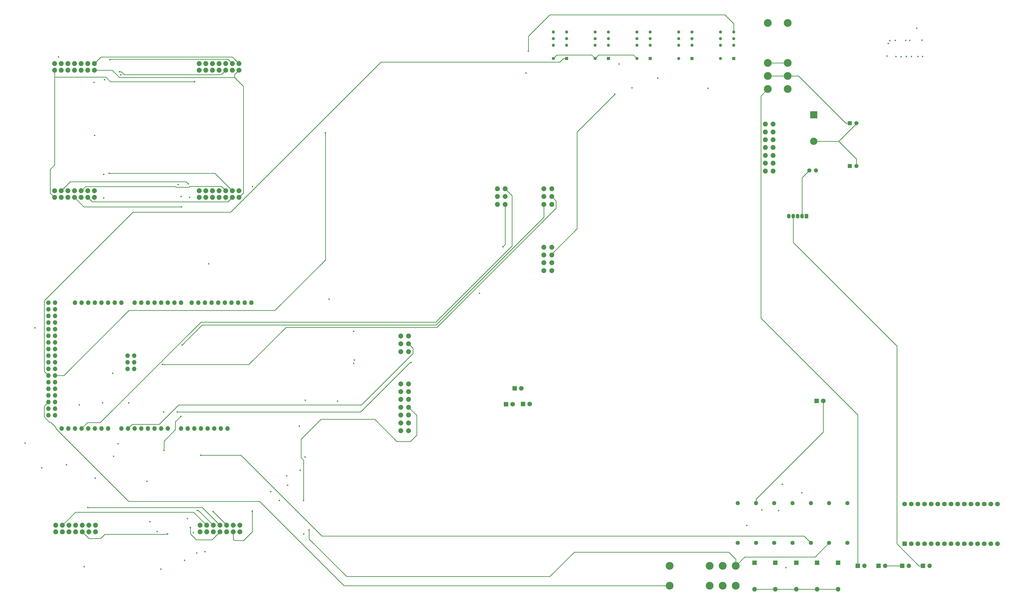
<source format=gbr>
G04 #@! TF.FileFunction,Copper,L3,Inr,Signal*
%FSLAX46Y46*%
G04 Gerber Fmt 4.6, Leading zero omitted, Abs format (unit mm)*
G04 Created by KiCad (PCBNEW 4.0.6) date 03/06/20 14:39:01*
%MOMM*%
%LPD*%
G01*
G04 APERTURE LIST*
%ADD10C,0.100000*%
%ADD11C,1.879600*%
%ADD12R,1.600000X1.600000*%
%ADD13C,1.600000*%
%ADD14R,1.800000X1.800000*%
%ADD15C,1.800000*%
%ADD16O,1.800000X1.800000*%
%ADD17R,2.800000X2.800000*%
%ADD18O,2.800000X2.800000*%
%ADD19R,1.200000X1.200000*%
%ADD20C,1.200000*%
%ADD21R,1.700000X1.700000*%
%ADD22O,1.700000X1.700000*%
%ADD23C,3.000000*%
%ADD24R,1.350000X1.800000*%
%ADD25O,1.350000X1.800000*%
%ADD26O,1.600000X1.600000*%
%ADD27O,1.727200X1.727200*%
%ADD28C,0.600000*%
%ADD29C,0.250000*%
G04 APERTURE END LIST*
D10*
D11*
X133400000Y-102400000D03*
X133400000Y-104940000D03*
X135940000Y-102400000D03*
X135940000Y-104940000D03*
X138480000Y-102400000D03*
X138480000Y-104940000D03*
X141020000Y-102400000D03*
X141020000Y-104940000D03*
X143560000Y-102400000D03*
X143560000Y-104940000D03*
X146100000Y-102400000D03*
X146100000Y-104940000D03*
X148640000Y-102400000D03*
X148640000Y-104940000D03*
X188800000Y-102400000D03*
X188800000Y-104940000D03*
X191340000Y-102400000D03*
X191340000Y-104940000D03*
X193880000Y-102400000D03*
X193880000Y-104940000D03*
X196420000Y-102400000D03*
X196420000Y-104940000D03*
X198960000Y-102400000D03*
X198960000Y-104940000D03*
X201500000Y-102400000D03*
X201500000Y-104940000D03*
X204040000Y-102400000D03*
X204040000Y-104940000D03*
X188800000Y-151200000D03*
X188800000Y-153740000D03*
X191340000Y-151200000D03*
X191340000Y-153740000D03*
X193880000Y-151200000D03*
X193880000Y-153740000D03*
X196420000Y-151200000D03*
X196420000Y-153740000D03*
X198960000Y-151200000D03*
X198960000Y-153740000D03*
X201500000Y-151200000D03*
X201500000Y-153740000D03*
X204040000Y-151200000D03*
X204040000Y-153740000D03*
X133400000Y-151200000D03*
X133400000Y-153740000D03*
X135940000Y-151200000D03*
X135940000Y-153740000D03*
X138480000Y-151200000D03*
X138480000Y-153740000D03*
X141020000Y-151200000D03*
X141020000Y-153740000D03*
X143560000Y-151200000D03*
X143560000Y-153740000D03*
X146100000Y-151200000D03*
X146100000Y-153740000D03*
X148640000Y-151200000D03*
X148640000Y-153740000D03*
X149100000Y-282000000D03*
X149100000Y-279460000D03*
X146560000Y-282000000D03*
X146560000Y-279460000D03*
X144020000Y-282000000D03*
X144020000Y-279460000D03*
X141480000Y-282000000D03*
X141480000Y-279460000D03*
X138940000Y-282000000D03*
X138940000Y-279460000D03*
X136400000Y-282000000D03*
X136400000Y-279460000D03*
X133860000Y-282000000D03*
X133860000Y-279460000D03*
X204343000Y-282000000D03*
X204343000Y-279460000D03*
X201803000Y-282000000D03*
X201803000Y-279460000D03*
X199263000Y-282000000D03*
X199263000Y-279460000D03*
X196723000Y-282000000D03*
X196723000Y-279460000D03*
X194183000Y-282000000D03*
X194183000Y-279460000D03*
X191643000Y-282000000D03*
X191643000Y-279460000D03*
X189103000Y-282000000D03*
X189103000Y-279460000D03*
D12*
X438000000Y-141707000D03*
D13*
X440500000Y-141707000D03*
D12*
X438000000Y-125273000D03*
D13*
X440500000Y-125273000D03*
D14*
X312852000Y-232995000D03*
D15*
X315392000Y-232995000D03*
D14*
X401444000Y-293832000D03*
D16*
X401444000Y-303992000D03*
D14*
X409444000Y-293832000D03*
D16*
X409444000Y-303992000D03*
D14*
X417444000Y-293832000D03*
D16*
X417444000Y-303992000D03*
D14*
X425444000Y-293832000D03*
D16*
X425444000Y-303992000D03*
D14*
X425298000Y-231800000D03*
D15*
X427838000Y-231800000D03*
D17*
X424155000Y-122072000D03*
D18*
X424155000Y-132232000D03*
D14*
X433444000Y-293832000D03*
D16*
X433444000Y-303992000D03*
D14*
X309601000Y-226924000D03*
D15*
X312141000Y-226924000D03*
D14*
X306350000Y-233071000D03*
D15*
X308890000Y-233071000D03*
D19*
X393540000Y-100450000D03*
D20*
X388460000Y-100450000D03*
X393540000Y-95370000D03*
X388460000Y-90290000D03*
X393540000Y-92830000D03*
X393540000Y-90290000D03*
X388460000Y-95370000D03*
X388460000Y-92830000D03*
D19*
X361540000Y-100450000D03*
D20*
X356460000Y-100450000D03*
X361540000Y-95370000D03*
X356460000Y-90290000D03*
X361540000Y-92830000D03*
X361540000Y-90290000D03*
X356460000Y-95370000D03*
X356460000Y-92830000D03*
D19*
X345540000Y-100450000D03*
D20*
X340460000Y-100450000D03*
X345540000Y-95370000D03*
X340460000Y-90290000D03*
X345540000Y-92830000D03*
X345540000Y-90290000D03*
X340460000Y-95370000D03*
X340460000Y-92830000D03*
D19*
X329540000Y-100450000D03*
D20*
X324460000Y-100450000D03*
X329540000Y-95370000D03*
X324460000Y-90290000D03*
X329540000Y-92830000D03*
X329540000Y-90290000D03*
X324460000Y-95370000D03*
X324460000Y-92830000D03*
D19*
X377540000Y-100450000D03*
D20*
X372460000Y-100450000D03*
X377540000Y-95370000D03*
X372460000Y-90290000D03*
X377540000Y-92830000D03*
X377540000Y-90290000D03*
X372460000Y-95370000D03*
X372460000Y-92830000D03*
D21*
X466000000Y-295000000D03*
D22*
X468540000Y-295000000D03*
D14*
X458927000Y-286588000D03*
D15*
X461467000Y-286588000D03*
X464007000Y-286588000D03*
X466547000Y-286588000D03*
X469087000Y-286588000D03*
X471627000Y-286588000D03*
X474167000Y-286588000D03*
X476707000Y-286588000D03*
X479247000Y-286588000D03*
X481787000Y-286588000D03*
X484327000Y-286588000D03*
X486867000Y-286588000D03*
X489407000Y-286588000D03*
X491947000Y-286588000D03*
X494487000Y-286588000D03*
X494487000Y-271348000D03*
X491947000Y-271348000D03*
X489407000Y-271348000D03*
X486867000Y-271348000D03*
X484327000Y-271348000D03*
X481787000Y-271348000D03*
X479247000Y-271348000D03*
X476707000Y-271348000D03*
X474167000Y-271348000D03*
X471627000Y-271348000D03*
X469087000Y-271348000D03*
X466547000Y-271348000D03*
X464007000Y-271348000D03*
X461467000Y-271348000D03*
X458927000Y-271348000D03*
D23*
X414198000Y-86842600D03*
X406578000Y-86842600D03*
X414198000Y-107162600D03*
X406578000Y-112162600D03*
X406578000Y-102162600D03*
X414198000Y-102162600D03*
X406578000Y-107162600D03*
X414198000Y-112162600D03*
D24*
X421361000Y-160934000D03*
D25*
X419661000Y-160934000D03*
X417961000Y-160934000D03*
X416261000Y-160934000D03*
X414561000Y-160934000D03*
D21*
X449000000Y-295000000D03*
D22*
X451540000Y-295000000D03*
D13*
X422453000Y-143408000D03*
D26*
X424993000Y-143408000D03*
D21*
X458000000Y-295000000D03*
D22*
X460540000Y-295000000D03*
D13*
X395039000Y-286236000D03*
D26*
X395039000Y-270996000D03*
D13*
X402039000Y-286236000D03*
D26*
X402039000Y-270996000D03*
D13*
X409039000Y-286236000D03*
D26*
X409039000Y-270996000D03*
D13*
X416039000Y-286236000D03*
D26*
X416039000Y-270996000D03*
D13*
X423039000Y-286236000D03*
D26*
X423039000Y-270996000D03*
D23*
X369000000Y-295000000D03*
X369000000Y-302620000D03*
X389320000Y-295000000D03*
X394320000Y-302620000D03*
X384320000Y-302620000D03*
X384320000Y-295000000D03*
X389320000Y-302620000D03*
X394320000Y-295000000D03*
D13*
X437039000Y-286236000D03*
D26*
X437039000Y-270996000D03*
D13*
X430039000Y-286236000D03*
D26*
X430039000Y-270996000D03*
D27*
X163932000Y-219456000D03*
X161392000Y-219456000D03*
X161392000Y-216916000D03*
X163932000Y-216916000D03*
X161392000Y-214376000D03*
X176759000Y-242316000D03*
X181839000Y-242316000D03*
X184379000Y-242316000D03*
X186919000Y-242316000D03*
X189459000Y-242316000D03*
X191999000Y-242316000D03*
X194539000Y-242316000D03*
X197079000Y-242316000D03*
X141199000Y-194056000D03*
X143739000Y-194056000D03*
X146279000Y-194056000D03*
X148819000Y-194056000D03*
X151359000Y-194056000D03*
X153899000Y-194056000D03*
X156439000Y-194056000D03*
X158979000Y-194056000D03*
X164059000Y-194056000D03*
X166599000Y-194056000D03*
X169139000Y-194056000D03*
X171679000Y-194056000D03*
X174219000Y-194056000D03*
X176759000Y-194056000D03*
X179299000Y-194056000D03*
X181839000Y-194056000D03*
X201143000Y-194056000D03*
X185903000Y-194056000D03*
X188443000Y-194056000D03*
X190983000Y-194056000D03*
X208763000Y-194056000D03*
X206223000Y-194056000D03*
X203683000Y-194056000D03*
X198603000Y-194056000D03*
X196063000Y-194056000D03*
X193523000Y-194056000D03*
X199619000Y-242316000D03*
X174219000Y-242316000D03*
X171679000Y-242316000D03*
X169139000Y-242316000D03*
X166599000Y-242316000D03*
X164059000Y-242316000D03*
X161519000Y-242316000D03*
X158979000Y-242316000D03*
X153899000Y-242316000D03*
X151359000Y-242316000D03*
X148819000Y-242316000D03*
X146279000Y-242316000D03*
X143739000Y-242316000D03*
X141199000Y-242316000D03*
X138659000Y-242316000D03*
X136119000Y-242316000D03*
X133579000Y-194056000D03*
X131039000Y-194056000D03*
X133579000Y-196596000D03*
X131039000Y-196596000D03*
X133579000Y-199136000D03*
X131039000Y-199136000D03*
X133579000Y-201676000D03*
X131039000Y-201676000D03*
X133579000Y-204216000D03*
X131039000Y-204216000D03*
X133579000Y-206756000D03*
X131039000Y-206756000D03*
X133579000Y-209296000D03*
X131039000Y-209296000D03*
X133579000Y-211836000D03*
X131039000Y-211836000D03*
X133579000Y-214376000D03*
X131039000Y-214376000D03*
X133579000Y-216916000D03*
X131039000Y-216916000D03*
X133579000Y-219456000D03*
X131039000Y-219456000D03*
X133579000Y-221996000D03*
X131039000Y-221996000D03*
X133579000Y-224536000D03*
X131039000Y-224536000D03*
X133579000Y-227076000D03*
X131039000Y-227076000D03*
X133579000Y-229616000D03*
X131039000Y-229616000D03*
X133579000Y-232156000D03*
X131039000Y-232156000D03*
X133579000Y-234696000D03*
X131039000Y-234696000D03*
X133579000Y-237236000D03*
X131039000Y-237236000D03*
X163932000Y-214376000D03*
D11*
X269000000Y-243200000D03*
X266002800Y-243200000D03*
X269000000Y-240202800D03*
X266002800Y-240202800D03*
X269000000Y-237205600D03*
X266002800Y-237205600D03*
X269000000Y-234208400D03*
X266002800Y-234208400D03*
X269000000Y-231211200D03*
X266002800Y-231211200D03*
X269000000Y-228214000D03*
X266002800Y-228214000D03*
X269000000Y-225216800D03*
X266002800Y-225216800D03*
X408600000Y-143600000D03*
X405602800Y-143600000D03*
X408600000Y-140602800D03*
X405602800Y-140602800D03*
X408600000Y-137605600D03*
X405602800Y-137605600D03*
X408600000Y-134608400D03*
X405602800Y-134608400D03*
X408600000Y-131611200D03*
X405602800Y-131611200D03*
X408600000Y-128614000D03*
X405602800Y-128614000D03*
X408600000Y-125616800D03*
X405602800Y-125616800D03*
X323800000Y-181800000D03*
X320802800Y-181800000D03*
X323800000Y-178802800D03*
X320802800Y-178802800D03*
X323800000Y-175805600D03*
X320802800Y-175805600D03*
X323800000Y-172808400D03*
X320802800Y-172808400D03*
X323800000Y-156400000D03*
X320802800Y-156400000D03*
X323800000Y-153402800D03*
X320802800Y-153402800D03*
X323800000Y-150405600D03*
X320802800Y-150405600D03*
X306000000Y-156400000D03*
X303002800Y-156400000D03*
X306000000Y-153402800D03*
X303002800Y-153402800D03*
X306000000Y-150405600D03*
X303002800Y-150405600D03*
X268986000Y-212877000D03*
X265988800Y-212877000D03*
X268986000Y-209879800D03*
X265988800Y-209879800D03*
X268986000Y-206882600D03*
X265988800Y-206882600D03*
D21*
X441000000Y-295000000D03*
D22*
X443540000Y-295000000D03*
D28*
X125920500Y-203758800D03*
X412165800Y-263804400D03*
X419595300Y-266966700D03*
X364426500Y-107988100D03*
X237109000Y-128905000D03*
X410743400Y-273850100D03*
X404291800Y-273634200D03*
X398538700Y-279565100D03*
X134945200Y-99877600D03*
X227162100Y-241425000D03*
X190995300Y-289572700D03*
X187011900Y-109359200D03*
X185146300Y-153740000D03*
X227457000Y-258356100D03*
X222656400Y-264147300D03*
X209092800Y-274053300D03*
X172721100Y-281852500D03*
X184611800Y-148533300D03*
X184332800Y-276936600D03*
X181877800Y-153365700D03*
X137972800Y-256209800D03*
X156019500Y-252984000D03*
X175323500Y-250761500D03*
X181733500Y-237656400D03*
X176666600Y-282740400D03*
X180757800Y-148776600D03*
X194087400Y-274196400D03*
X152205100Y-153972600D03*
X248016400Y-217370800D03*
X152565500Y-108600600D03*
X158732300Y-106705500D03*
X228739700Y-269989300D03*
X219532200Y-269989300D03*
X169875200Y-278053800D03*
X185407300Y-280327100D03*
X152250800Y-144882700D03*
X209179500Y-149520600D03*
X146101700Y-272691300D03*
X248240500Y-216144900D03*
X182055900Y-157340800D03*
X187833000Y-290131500D03*
X174155100Y-296303700D03*
X229387400Y-253301500D03*
X222338900Y-260438900D03*
X216204800Y-266547600D03*
X188009900Y-273732600D03*
X158266000Y-105504200D03*
X241755400Y-231858300D03*
X229441600Y-231513100D03*
X186563000Y-282282900D03*
X154338500Y-144497200D03*
X154581100Y-100895900D03*
X238587800Y-192740700D03*
X144780000Y-295376600D03*
X247956900Y-205127000D03*
X148770700Y-129919200D03*
X148522900Y-109596100D03*
X453324500Y-93593400D03*
X452214200Y-99533900D03*
X455384800Y-93533100D03*
X455634000Y-99721900D03*
X452684300Y-94679000D03*
X457634000Y-99760300D03*
X459381400Y-93536500D03*
X459634000Y-99727400D03*
X460953300Y-93487800D03*
X461569200Y-99720000D03*
X463634000Y-88881100D03*
X464037400Y-99726800D03*
X465634000Y-93461000D03*
X465817400Y-99717300D03*
X180378100Y-236004100D03*
X269976600Y-217055700D03*
X305104800Y-172669200D03*
X192405000Y-179197000D03*
X142887700Y-233299000D03*
X151815800Y-232524300D03*
X296189400Y-190538100D03*
X161772600Y-232524300D03*
X128473200Y-257429000D03*
X182277300Y-210317700D03*
X174774000Y-217821000D03*
X313944000Y-106045000D03*
X314833000Y-97536000D03*
X354609400Y-111709200D03*
X349618300Y-102590600D03*
X383667000Y-111861600D03*
X347980000Y-114147600D03*
X189349400Y-252619900D03*
X413537400Y-295719500D03*
X122148600Y-247942100D03*
X183235600Y-292925500D03*
X175196500Y-236042200D03*
X155663900Y-221183200D03*
X148996200Y-261434300D03*
X230898700Y-281190700D03*
X157695900Y-248221500D03*
X168783000Y-262610600D03*
X228854000Y-282829000D03*
D29*
X406578000Y-107162600D02*
X414198000Y-107162600D01*
X466000000Y-295000000D02*
X464424700Y-295000000D01*
X455981400Y-286556700D02*
X464424700Y-295000000D01*
X455981400Y-210710900D02*
X455981400Y-286556700D01*
X416261000Y-170990500D02*
X455981400Y-210710900D01*
X416261000Y-160934000D02*
X416261000Y-170990500D01*
X418364300Y-107162600D02*
X414198000Y-107162600D01*
X436474700Y-125273000D02*
X418364300Y-107162600D01*
X438000000Y-125273000D02*
X436474700Y-125273000D01*
X329540000Y-100450000D02*
X328214700Y-100450000D01*
X326889400Y-101775300D02*
X328214700Y-100450000D01*
X258380800Y-101775300D02*
X326889400Y-101775300D01*
X200795900Y-159360200D02*
X258380800Y-101775300D01*
X163397500Y-159360200D02*
X200795900Y-159360200D01*
X129427000Y-193330700D02*
X163397500Y-159360200D01*
X129427000Y-220384000D02*
X129427000Y-193330700D01*
X131039000Y-221996000D02*
X129427000Y-220384000D01*
X427838000Y-243671700D02*
X427838000Y-231800000D01*
X402039000Y-269470700D02*
X427838000Y-243671700D01*
X402039000Y-270996000D02*
X402039000Y-269470700D01*
X419661000Y-146200000D02*
X419661000Y-160934000D01*
X422453000Y-143408000D02*
X419661000Y-146200000D01*
X133579000Y-221996000D02*
X136982200Y-221996000D01*
X237109000Y-177774600D02*
X237109000Y-128905000D01*
X217792300Y-197091300D02*
X237109000Y-177774600D01*
X161886900Y-197091300D02*
X217792300Y-197091300D01*
X136982200Y-221996000D02*
X161886900Y-197091300D01*
X308890000Y-233392500D02*
X308890000Y-233071000D01*
X153005800Y-107556000D02*
X133400000Y-107556000D01*
X154809000Y-109359200D02*
X153005800Y-107556000D01*
X187011900Y-109359200D02*
X154809000Y-109359200D01*
X133400000Y-141307400D02*
X133400000Y-107556000D01*
X131733500Y-142973900D02*
X133400000Y-141307400D01*
X131733500Y-152073500D02*
X131733500Y-142973900D01*
X133400000Y-153740000D02*
X131733500Y-152073500D01*
X133400000Y-107556000D02*
X133400000Y-104940000D01*
X201803000Y-282000000D02*
X201803000Y-284734000D01*
X209092800Y-281952700D02*
X209092800Y-274053300D01*
X205778100Y-285267400D02*
X209092800Y-281952700D01*
X202336400Y-285267400D02*
X205778100Y-285267400D01*
X201803000Y-284734000D02*
X202336400Y-285267400D01*
X183811100Y-147732600D02*
X184611800Y-148533300D01*
X139407400Y-147732600D02*
X183811100Y-147732600D01*
X135940000Y-151200000D02*
X139407400Y-147732600D01*
X175323500Y-250761500D02*
X175323500Y-247167400D01*
X179679600Y-239710300D02*
X181733500Y-237656400D01*
X179679600Y-242811300D02*
X179679600Y-239710300D01*
X175323500Y-247167400D02*
X179679600Y-242811300D01*
X176489800Y-282917200D02*
X176666600Y-282740400D01*
X152627600Y-282917200D02*
X176489800Y-282917200D01*
X151021700Y-284523100D02*
X152627600Y-282917200D01*
X146543100Y-284523100D02*
X151021700Y-284523100D01*
X144020000Y-282000000D02*
X146543100Y-284523100D01*
X199263000Y-279372000D02*
X199263000Y-279460000D01*
X194087400Y-274196400D02*
X199263000Y-279372000D01*
X228739700Y-269989300D02*
X228739700Y-254495300D01*
X272084800Y-237293200D02*
X269000000Y-234208400D01*
X272084800Y-244919500D02*
X272084800Y-237293200D01*
X269684500Y-247319800D02*
X272084800Y-244919500D01*
X264528300Y-247319800D02*
X269684500Y-247319800D01*
X255981200Y-238772700D02*
X264528300Y-247319800D01*
X235483400Y-238772700D02*
X255981200Y-238772700D01*
X227825300Y-246430800D02*
X235483400Y-238772700D01*
X227825300Y-253580900D02*
X227825300Y-246430800D01*
X228739700Y-254495300D02*
X227825300Y-253580900D01*
X185407300Y-280327100D02*
X185407300Y-282740100D01*
X193722300Y-285000700D02*
X196723000Y-282000000D01*
X187667900Y-285000700D02*
X193722300Y-285000700D01*
X185407300Y-282740100D02*
X187667900Y-285000700D01*
X196723000Y-279460000D02*
X189954300Y-272691300D01*
X189954300Y-272691300D02*
X146101700Y-272691300D01*
X144620800Y-157340800D02*
X182055900Y-157340800D01*
X141020000Y-153740000D02*
X144620800Y-157340800D01*
X145236500Y-149523500D02*
X143560000Y-151200000D01*
X179721100Y-149523500D02*
X145236500Y-149523500D01*
X180008400Y-149810800D02*
X179721100Y-149523500D01*
X184890400Y-149810800D02*
X180008400Y-149810800D01*
X185222800Y-149478400D02*
X184890400Y-149810800D01*
X197238400Y-149478400D02*
X185222800Y-149478400D01*
X198960000Y-151200000D02*
X197238400Y-149478400D01*
X188455600Y-273732600D02*
X188009900Y-273732600D01*
X194183000Y-279460000D02*
X188455600Y-273732600D01*
X158981100Y-105504200D02*
X158266000Y-105504200D01*
X160087300Y-106610400D02*
X158981100Y-105504200D01*
X197289600Y-106610400D02*
X160087300Y-106610400D01*
X198960000Y-104940000D02*
X197289600Y-106610400D01*
X194797200Y-144497200D02*
X154338500Y-144497200D01*
X201500000Y-151200000D02*
X194797200Y-144497200D01*
X199818900Y-100718900D02*
X201500000Y-102400000D01*
X154758100Y-100718900D02*
X199818900Y-100718900D01*
X154581100Y-100895900D02*
X154758100Y-100718900D01*
X141442400Y-274417600D02*
X136400000Y-279460000D01*
X186600600Y-274417600D02*
X141442400Y-274417600D01*
X191643000Y-279460000D02*
X186600600Y-274417600D01*
X147788000Y-155428000D02*
X146100000Y-153740000D01*
X199812000Y-155428000D02*
X147788000Y-155428000D01*
X201500000Y-153740000D02*
X199812000Y-155428000D01*
X151171500Y-99868500D02*
X148640000Y-102400000D01*
X201508500Y-99868500D02*
X151171500Y-99868500D01*
X204040000Y-102400000D02*
X201508500Y-99868500D01*
X155475000Y-104940000D02*
X148640000Y-104940000D01*
X158284200Y-107749200D02*
X155475000Y-104940000D01*
X202346800Y-107749200D02*
X158284200Y-107749200D01*
X205725000Y-111127400D02*
X202346800Y-107749200D01*
X205725000Y-152055000D02*
X205725000Y-111127400D01*
X204040000Y-153740000D02*
X205725000Y-152055000D01*
X202346800Y-106633200D02*
X204040000Y-104940000D01*
X202346800Y-107749200D02*
X202346800Y-106633200D01*
X441000000Y-237113000D02*
X441000000Y-295000000D01*
X403917100Y-200030100D02*
X441000000Y-237113000D01*
X403917100Y-114823500D02*
X403917100Y-200030100D01*
X406578000Y-112162600D02*
X403917100Y-114823500D01*
X269976600Y-217055700D02*
X269557500Y-217055700D01*
X250609100Y-236004100D02*
X180378100Y-236004100D01*
X269557500Y-217055700D02*
X250609100Y-236004100D01*
X306000000Y-156400000D02*
X306000000Y-171774000D01*
X306000000Y-171774000D02*
X305104800Y-172669200D01*
X145956600Y-240098400D02*
X143739000Y-242316000D01*
X150869300Y-240098400D02*
X145956600Y-240098400D01*
X189433500Y-201534200D02*
X150869300Y-240098400D01*
X279396100Y-201534200D02*
X189433500Y-201534200D01*
X308602700Y-172327600D02*
X279396100Y-201534200D01*
X308602700Y-153008300D02*
X308602700Y-172327600D01*
X306000000Y-150405600D02*
X308602700Y-153008300D01*
X189909700Y-202685300D02*
X182277300Y-210317700D01*
X279447600Y-202685300D02*
X189909700Y-202685300D01*
X320802800Y-161330100D02*
X279447600Y-202685300D01*
X320802800Y-156400000D02*
X320802800Y-161330100D01*
X207774000Y-217821000D02*
X174774000Y-217821000D01*
X222059400Y-203535600D02*
X207774000Y-217821000D01*
X279799900Y-203535600D02*
X222059400Y-203535600D01*
X325471900Y-157863600D02*
X279799900Y-203535600D01*
X325471900Y-155074700D02*
X325471900Y-157863600D01*
X323800000Y-153402800D02*
X325471900Y-155074700D01*
X393540000Y-90290000D02*
X393540000Y-87089000D01*
X314833000Y-91884500D02*
X314833000Y-97536000D01*
X323062600Y-83654900D02*
X314833000Y-91884500D01*
X390105900Y-83654900D02*
X323062600Y-83654900D01*
X393540000Y-87089000D02*
X390105900Y-83654900D01*
X377540000Y-93406200D02*
X377540000Y-92830000D01*
X323800000Y-175805600D02*
X323800000Y-175437000D01*
X323800000Y-175437000D02*
X333502000Y-165735000D01*
X333502000Y-165735000D02*
X333502000Y-128625600D01*
X333502000Y-128625600D02*
X347980000Y-114147600D01*
X414198000Y-102162600D02*
X406578000Y-102162600D01*
X204817400Y-252619900D02*
X189349400Y-252619900D01*
X235798200Y-283600700D02*
X204817400Y-252619900D01*
X420403700Y-283600700D02*
X235798200Y-283600700D01*
X423039000Y-286236000D02*
X420403700Y-283600700D01*
X458000000Y-295000000D02*
X451540000Y-295000000D01*
X339134600Y-99124600D02*
X340460000Y-100450000D01*
X325785400Y-99124600D02*
X339134600Y-99124600D01*
X324460000Y-100450000D02*
X325785400Y-99124600D01*
X355134600Y-99124600D02*
X356460000Y-100450000D01*
X341785400Y-99124600D02*
X355134600Y-99124600D01*
X340460000Y-100450000D02*
X341785400Y-99124600D01*
X433444000Y-303992000D02*
X425444000Y-303992000D01*
X425444000Y-303992000D02*
X417444000Y-303992000D01*
X417444000Y-303992000D02*
X409444000Y-303992000D01*
X409444000Y-303992000D02*
X401444000Y-303992000D01*
X440500000Y-139000200D02*
X440500000Y-141707000D01*
X433731800Y-132232000D02*
X440500000Y-139000200D01*
X440500000Y-125463800D02*
X433731800Y-132232000D01*
X440500000Y-125273000D02*
X440500000Y-125463800D01*
X433731800Y-132232000D02*
X424155000Y-132232000D01*
X163130400Y-240704600D02*
X161519000Y-242316000D01*
X173481800Y-240704600D02*
X163130400Y-240704600D01*
X180914100Y-233272300D02*
X173481800Y-240704600D01*
X250981300Y-233272300D02*
X180914100Y-233272300D01*
X270651800Y-213601800D02*
X250981300Y-233272300D01*
X270651800Y-211545600D02*
X270651800Y-213601800D01*
X268986000Y-209879800D02*
X270651800Y-211545600D01*
X394320000Y-295000000D02*
X394320000Y-292516800D01*
X230898700Y-284746700D02*
X230898700Y-281190700D01*
X245262400Y-299110400D02*
X230898700Y-284746700D01*
X323088000Y-299110400D02*
X245262400Y-299110400D01*
X332435200Y-289763200D02*
X323088000Y-299110400D01*
X391566400Y-289763200D02*
X332435200Y-289763200D01*
X394320000Y-292516800D02*
X391566400Y-289763200D01*
X397714900Y-291605100D02*
X394320000Y-295000000D01*
X424669900Y-291605100D02*
X397714900Y-291605100D01*
X430039000Y-286236000D02*
X424669900Y-291605100D01*
X244248800Y-302620000D02*
X369000000Y-302620000D01*
X211907500Y-270278700D02*
X244248800Y-302620000D01*
X161758200Y-270278700D02*
X211907500Y-270278700D01*
X133919900Y-242440400D02*
X161758200Y-270278700D01*
X133919900Y-241898100D02*
X133919900Y-242440400D01*
X131966300Y-239944500D02*
X133919900Y-241898100D01*
X131488500Y-239944500D02*
X131966300Y-239944500D01*
X129430900Y-237886900D02*
X131488500Y-239944500D01*
X129430900Y-233764100D02*
X129430900Y-237886900D01*
X131039000Y-232156000D02*
X129430900Y-233764100D01*
M02*

</source>
